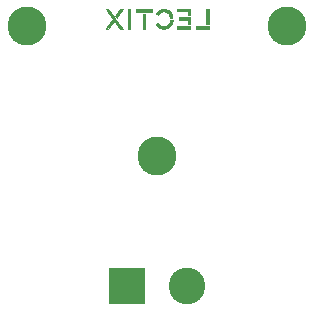
<source format=gbs>
G04 #@! TF.GenerationSoftware,KiCad,Pcbnew,6.0.9-8da3e8f707~116~ubuntu20.04.1*
G04 #@! TF.CreationDate,2023-03-26T13:58:36+00:00*
G04 #@! TF.ProjectId,LEC001021,4c454330-3031-4303-9231-2e6b69636164,rev?*
G04 #@! TF.SameCoordinates,Original*
G04 #@! TF.FileFunction,Soldermask,Bot*
G04 #@! TF.FilePolarity,Negative*
%FSLAX46Y46*%
G04 Gerber Fmt 4.6, Leading zero omitted, Abs format (unit mm)*
G04 Created by KiCad (PCBNEW 6.0.9-8da3e8f707~116~ubuntu20.04.1) date 2023-03-26 13:58:36*
%MOMM*%
%LPD*%
G01*
G04 APERTURE LIST*
G04 Aperture macros list*
%AMRoundRect*
0 Rectangle with rounded corners*
0 $1 Rounding radius*
0 $2 $3 $4 $5 $6 $7 $8 $9 X,Y pos of 4 corners*
0 Add a 4 corners polygon primitive as box body*
4,1,4,$2,$3,$4,$5,$6,$7,$8,$9,$2,$3,0*
0 Add four circle primitives for the rounded corners*
1,1,$1+$1,$2,$3*
1,1,$1+$1,$4,$5*
1,1,$1+$1,$6,$7*
1,1,$1+$1,$8,$9*
0 Add four rect primitives between the rounded corners*
20,1,$1+$1,$2,$3,$4,$5,0*
20,1,$1+$1,$4,$5,$6,$7,0*
20,1,$1+$1,$6,$7,$8,$9,0*
20,1,$1+$1,$8,$9,$2,$3,0*%
G04 Aperture macros list end*
%ADD10C,0.010000*%
%ADD11C,3.302000*%
%ADD12RoundRect,0.051000X-1.500000X-1.500000X1.500000X-1.500000X1.500000X1.500000X-1.500000X1.500000X0*%
%ADD13C,3.102000*%
G04 APERTURE END LIST*
G04 #@! TO.C,LOGO1*
G36*
X14009380Y-4195820D02*
G01*
X13788400Y-4195820D01*
X13788400Y-2913120D01*
X14009380Y-2913120D01*
X14009380Y-4195820D01*
G37*
D10*
X14009380Y-4195820D02*
X13788400Y-4195820D01*
X13788400Y-2913120D01*
X14009380Y-2913120D01*
X14009380Y-4195820D01*
G36*
X19419580Y-4203440D02*
G01*
X18271500Y-4203440D01*
X18271500Y-3979920D01*
X19419580Y-3979920D01*
X19419580Y-4203440D01*
G37*
X19419580Y-4203440D02*
X18271500Y-4203440D01*
X18271500Y-3979920D01*
X19419580Y-3979920D01*
X19419580Y-4203440D01*
G36*
X12030475Y-2524500D02*
G01*
X12054651Y-2524514D01*
X12074427Y-2524559D01*
X12090228Y-2524655D01*
X12102478Y-2524823D01*
X12111601Y-2525081D01*
X12118019Y-2525449D01*
X12122156Y-2525947D01*
X12124437Y-2526595D01*
X12125285Y-2527412D01*
X12125123Y-2528417D01*
X12124375Y-2529630D01*
X12124149Y-2529952D01*
X12121486Y-2533654D01*
X12116036Y-2541192D01*
X12107953Y-2552354D01*
X12097392Y-2566927D01*
X12084507Y-2584699D01*
X12069452Y-2605456D01*
X12052382Y-2628985D01*
X12033451Y-2655075D01*
X12012814Y-2683511D01*
X11990626Y-2714081D01*
X11967040Y-2746572D01*
X11942211Y-2780772D01*
X11916293Y-2816468D01*
X11889442Y-2853445D01*
X11861810Y-2891493D01*
X11853404Y-2903067D01*
X11826032Y-2940724D01*
X11799494Y-2977196D01*
X11773944Y-3012272D01*
X11749535Y-3045743D01*
X11726421Y-3077402D01*
X11704753Y-3107037D01*
X11684687Y-3134442D01*
X11666375Y-3159405D01*
X11649971Y-3181719D01*
X11635627Y-3201174D01*
X11623498Y-3217561D01*
X11613736Y-3230671D01*
X11606496Y-3240295D01*
X11601929Y-3246223D01*
X11600190Y-3248247D01*
X11599073Y-3247375D01*
X11595221Y-3242955D01*
X11589128Y-3235298D01*
X11581199Y-3224962D01*
X11571838Y-3212504D01*
X11561449Y-3198483D01*
X11550438Y-3183457D01*
X11539207Y-3167984D01*
X11528162Y-3152622D01*
X11517707Y-3137928D01*
X11508245Y-3124461D01*
X11500183Y-3112779D01*
X11493923Y-3103439D01*
X11489871Y-3097001D01*
X11488430Y-3094021D01*
X11488979Y-3092942D01*
X11492186Y-3088009D01*
X11498111Y-3079356D01*
X11506582Y-3067223D01*
X11517429Y-3051848D01*
X11530480Y-3033470D01*
X11545565Y-3012329D01*
X11562513Y-2988663D01*
X11581152Y-2962711D01*
X11601311Y-2934714D01*
X11622820Y-2904909D01*
X11645507Y-2873537D01*
X11669201Y-2840835D01*
X11693731Y-2807044D01*
X11899032Y-2524500D01*
X12013446Y-2524499D01*
X12030475Y-2524500D01*
G37*
X12030475Y-2524500D02*
X12054651Y-2524514D01*
X12074427Y-2524559D01*
X12090228Y-2524655D01*
X12102478Y-2524823D01*
X12111601Y-2525081D01*
X12118019Y-2525449D01*
X12122156Y-2525947D01*
X12124437Y-2526595D01*
X12125285Y-2527412D01*
X12125123Y-2528417D01*
X12124375Y-2529630D01*
X12124149Y-2529952D01*
X12121486Y-2533654D01*
X12116036Y-2541192D01*
X12107953Y-2552354D01*
X12097392Y-2566927D01*
X12084507Y-2584699D01*
X12069452Y-2605456D01*
X12052382Y-2628985D01*
X12033451Y-2655075D01*
X12012814Y-2683511D01*
X11990626Y-2714081D01*
X11967040Y-2746572D01*
X11942211Y-2780772D01*
X11916293Y-2816468D01*
X11889442Y-2853445D01*
X11861810Y-2891493D01*
X11853404Y-2903067D01*
X11826032Y-2940724D01*
X11799494Y-2977196D01*
X11773944Y-3012272D01*
X11749535Y-3045743D01*
X11726421Y-3077402D01*
X11704753Y-3107037D01*
X11684687Y-3134442D01*
X11666375Y-3159405D01*
X11649971Y-3181719D01*
X11635627Y-3201174D01*
X11623498Y-3217561D01*
X11613736Y-3230671D01*
X11606496Y-3240295D01*
X11601929Y-3246223D01*
X11600190Y-3248247D01*
X11599073Y-3247375D01*
X11595221Y-3242955D01*
X11589128Y-3235298D01*
X11581199Y-3224962D01*
X11571838Y-3212504D01*
X11561449Y-3198483D01*
X11550438Y-3183457D01*
X11539207Y-3167984D01*
X11528162Y-3152622D01*
X11517707Y-3137928D01*
X11508245Y-3124461D01*
X11500183Y-3112779D01*
X11493923Y-3103439D01*
X11489871Y-3097001D01*
X11488430Y-3094021D01*
X11488979Y-3092942D01*
X11492186Y-3088009D01*
X11498111Y-3079356D01*
X11506582Y-3067223D01*
X11517429Y-3051848D01*
X11530480Y-3033470D01*
X11545565Y-3012329D01*
X11562513Y-2988663D01*
X11581152Y-2962711D01*
X11601311Y-2934714D01*
X11622820Y-2904909D01*
X11645507Y-2873537D01*
X11669201Y-2840835D01*
X11693731Y-2807044D01*
X11899032Y-2524500D01*
X12013446Y-2524499D01*
X12030475Y-2524500D01*
G36*
X10829788Y-2530039D02*
G01*
X10846503Y-2530171D01*
X10859496Y-2530418D01*
X10869140Y-2530789D01*
X10875807Y-2531292D01*
X10879871Y-2531936D01*
X10881706Y-2532728D01*
X10881955Y-2533044D01*
X10884660Y-2536667D01*
X10890229Y-2544205D01*
X10898563Y-2555522D01*
X10909559Y-2570481D01*
X10923118Y-2588943D01*
X10939140Y-2610772D01*
X10957523Y-2635831D01*
X10978168Y-2663981D01*
X11000973Y-2695087D01*
X11025838Y-2729011D01*
X11052662Y-2765614D01*
X11081345Y-2804761D01*
X11111786Y-2846314D01*
X11143885Y-2890136D01*
X11177541Y-2936089D01*
X11212653Y-2984036D01*
X11249122Y-3033839D01*
X11286846Y-3085363D01*
X11325724Y-3138469D01*
X11365657Y-3193019D01*
X11406543Y-3248878D01*
X11448283Y-3305907D01*
X11490775Y-3363970D01*
X12096733Y-4192010D01*
X11984352Y-4192672D01*
X11967581Y-4192759D01*
X11945167Y-4192839D01*
X11924673Y-4192870D01*
X11906625Y-4192853D01*
X11891550Y-4192789D01*
X11879975Y-4192680D01*
X11872426Y-4192529D01*
X11869430Y-4192335D01*
X11868338Y-4191051D01*
X11864387Y-4185916D01*
X11857724Y-4177061D01*
X11848507Y-4164704D01*
X11836898Y-4149061D01*
X11823054Y-4130350D01*
X11807137Y-4108787D01*
X11789307Y-4084589D01*
X11769721Y-4057973D01*
X11748542Y-4029156D01*
X11725928Y-3998355D01*
X11702039Y-3965786D01*
X11677035Y-3931667D01*
X11651075Y-3896214D01*
X11624320Y-3859644D01*
X11603523Y-3831211D01*
X11577400Y-3795518D01*
X11552211Y-3761119D01*
X11528113Y-3728231D01*
X11505266Y-3697070D01*
X11483827Y-3667851D01*
X11463956Y-3640791D01*
X11445812Y-3616106D01*
X11429553Y-3594010D01*
X11415339Y-3574722D01*
X11403326Y-3558455D01*
X11393676Y-3545427D01*
X11386545Y-3535854D01*
X11382094Y-3529950D01*
X11380480Y-3527933D01*
X11379444Y-3529211D01*
X11375594Y-3534347D01*
X11369052Y-3543215D01*
X11359977Y-3555596D01*
X11348525Y-3571274D01*
X11334853Y-3590034D01*
X11319120Y-3611658D01*
X11301483Y-3635929D01*
X11282098Y-3662632D01*
X11261124Y-3691550D01*
X11238717Y-3722466D01*
X11215035Y-3755163D01*
X11190235Y-3789426D01*
X11164474Y-3825037D01*
X11137910Y-3861780D01*
X10896610Y-4195649D01*
X10782734Y-4195734D01*
X10753804Y-4195703D01*
X10728600Y-4195563D01*
X10707651Y-4195317D01*
X10691122Y-4194969D01*
X10679178Y-4194522D01*
X10671984Y-4193981D01*
X10669704Y-4193347D01*
X10669967Y-4192932D01*
X10672654Y-4189091D01*
X10678122Y-4181411D01*
X10686230Y-4170086D01*
X10696836Y-4155315D01*
X10709798Y-4137293D01*
X10724975Y-4116218D01*
X10742225Y-4092285D01*
X10761405Y-4065692D01*
X10782374Y-4036635D01*
X10804990Y-4005310D01*
X10829111Y-3971916D01*
X10854595Y-3936647D01*
X10881301Y-3899701D01*
X10909087Y-3861274D01*
X10937810Y-3821564D01*
X10967329Y-3780766D01*
X10979175Y-3764395D01*
X11008378Y-3724025D01*
X11036721Y-3684829D01*
X11064062Y-3647003D01*
X11090261Y-3610742D01*
X11115175Y-3576243D01*
X11138663Y-3543701D01*
X11160584Y-3513314D01*
X11180798Y-3485275D01*
X11199162Y-3459783D01*
X11215535Y-3437032D01*
X11229776Y-3417220D01*
X11241744Y-3400541D01*
X11251297Y-3387192D01*
X11258293Y-3377370D01*
X11262593Y-3371269D01*
X11264054Y-3369087D01*
X11263526Y-3368277D01*
X11260326Y-3363760D01*
X11254349Y-3355452D01*
X11245735Y-3343546D01*
X11234626Y-3328236D01*
X11221161Y-3309713D01*
X11205482Y-3288172D01*
X11187729Y-3263806D01*
X11168043Y-3236806D01*
X11146564Y-3207366D01*
X11123434Y-3175680D01*
X11098794Y-3141940D01*
X11072783Y-3106338D01*
X11045542Y-3069069D01*
X11017213Y-3030325D01*
X10987936Y-2990298D01*
X10957852Y-2949183D01*
X10651704Y-2530850D01*
X10765150Y-2530188D01*
X10783696Y-2530092D01*
X10808976Y-2530016D01*
X10829788Y-2530039D01*
G37*
X10829788Y-2530039D02*
X10846503Y-2530171D01*
X10859496Y-2530418D01*
X10869140Y-2530789D01*
X10875807Y-2531292D01*
X10879871Y-2531936D01*
X10881706Y-2532728D01*
X10881955Y-2533044D01*
X10884660Y-2536667D01*
X10890229Y-2544205D01*
X10898563Y-2555522D01*
X10909559Y-2570481D01*
X10923118Y-2588943D01*
X10939140Y-2610772D01*
X10957523Y-2635831D01*
X10978168Y-2663981D01*
X11000973Y-2695087D01*
X11025838Y-2729011D01*
X11052662Y-2765614D01*
X11081345Y-2804761D01*
X11111786Y-2846314D01*
X11143885Y-2890136D01*
X11177541Y-2936089D01*
X11212653Y-2984036D01*
X11249122Y-3033839D01*
X11286846Y-3085363D01*
X11325724Y-3138469D01*
X11365657Y-3193019D01*
X11406543Y-3248878D01*
X11448283Y-3305907D01*
X11490775Y-3363970D01*
X12096733Y-4192010D01*
X11984352Y-4192672D01*
X11967581Y-4192759D01*
X11945167Y-4192839D01*
X11924673Y-4192870D01*
X11906625Y-4192853D01*
X11891550Y-4192789D01*
X11879975Y-4192680D01*
X11872426Y-4192529D01*
X11869430Y-4192335D01*
X11868338Y-4191051D01*
X11864387Y-4185916D01*
X11857724Y-4177061D01*
X11848507Y-4164704D01*
X11836898Y-4149061D01*
X11823054Y-4130350D01*
X11807137Y-4108787D01*
X11789307Y-4084589D01*
X11769721Y-4057973D01*
X11748542Y-4029156D01*
X11725928Y-3998355D01*
X11702039Y-3965786D01*
X11677035Y-3931667D01*
X11651075Y-3896214D01*
X11624320Y-3859644D01*
X11603523Y-3831211D01*
X11577400Y-3795518D01*
X11552211Y-3761119D01*
X11528113Y-3728231D01*
X11505266Y-3697070D01*
X11483827Y-3667851D01*
X11463956Y-3640791D01*
X11445812Y-3616106D01*
X11429553Y-3594010D01*
X11415339Y-3574722D01*
X11403326Y-3558455D01*
X11393676Y-3545427D01*
X11386545Y-3535854D01*
X11382094Y-3529950D01*
X11380480Y-3527933D01*
X11379444Y-3529211D01*
X11375594Y-3534347D01*
X11369052Y-3543215D01*
X11359977Y-3555596D01*
X11348525Y-3571274D01*
X11334853Y-3590034D01*
X11319120Y-3611658D01*
X11301483Y-3635929D01*
X11282098Y-3662632D01*
X11261124Y-3691550D01*
X11238717Y-3722466D01*
X11215035Y-3755163D01*
X11190235Y-3789426D01*
X11164474Y-3825037D01*
X11137910Y-3861780D01*
X10896610Y-4195649D01*
X10782734Y-4195734D01*
X10753804Y-4195703D01*
X10728600Y-4195563D01*
X10707651Y-4195317D01*
X10691122Y-4194969D01*
X10679178Y-4194522D01*
X10671984Y-4193981D01*
X10669704Y-4193347D01*
X10669967Y-4192932D01*
X10672654Y-4189091D01*
X10678122Y-4181411D01*
X10686230Y-4170086D01*
X10696836Y-4155315D01*
X10709798Y-4137293D01*
X10724975Y-4116218D01*
X10742225Y-4092285D01*
X10761405Y-4065692D01*
X10782374Y-4036635D01*
X10804990Y-4005310D01*
X10829111Y-3971916D01*
X10854595Y-3936647D01*
X10881301Y-3899701D01*
X10909087Y-3861274D01*
X10937810Y-3821564D01*
X10967329Y-3780766D01*
X10979175Y-3764395D01*
X11008378Y-3724025D01*
X11036721Y-3684829D01*
X11064062Y-3647003D01*
X11090261Y-3610742D01*
X11115175Y-3576243D01*
X11138663Y-3543701D01*
X11160584Y-3513314D01*
X11180798Y-3485275D01*
X11199162Y-3459783D01*
X11215535Y-3437032D01*
X11229776Y-3417220D01*
X11241744Y-3400541D01*
X11251297Y-3387192D01*
X11258293Y-3377370D01*
X11262593Y-3371269D01*
X11264054Y-3369087D01*
X11263526Y-3368277D01*
X11260326Y-3363760D01*
X11254349Y-3355452D01*
X11245735Y-3343546D01*
X11234626Y-3328236D01*
X11221161Y-3309713D01*
X11205482Y-3288172D01*
X11187729Y-3263806D01*
X11168043Y-3236806D01*
X11146564Y-3207366D01*
X11123434Y-3175680D01*
X11098794Y-3141940D01*
X11072783Y-3106338D01*
X11045542Y-3069069D01*
X11017213Y-3030325D01*
X10987936Y-2990298D01*
X10957852Y-2949183D01*
X10651704Y-2530850D01*
X10765150Y-2530188D01*
X10783696Y-2530092D01*
X10808976Y-2530016D01*
X10829788Y-2530039D01*
G36*
X16230759Y-3451620D02*
G01*
X16252909Y-3451717D01*
X16273059Y-3451886D01*
X16290696Y-3452119D01*
X16305308Y-3452405D01*
X16316379Y-3452738D01*
X16323398Y-3453107D01*
X16325850Y-3453505D01*
X16325562Y-3460470D01*
X16324815Y-3471334D01*
X16323719Y-3484885D01*
X16322382Y-3499937D01*
X16320913Y-3515307D01*
X16319423Y-3529810D01*
X16318020Y-3542261D01*
X16316813Y-3551477D01*
X16308629Y-3597129D01*
X16293426Y-3657274D01*
X16273518Y-3715618D01*
X16248986Y-3771994D01*
X16219914Y-3826236D01*
X16186384Y-3878179D01*
X16148480Y-3927656D01*
X16106282Y-3974501D01*
X16091073Y-3989790D01*
X16066058Y-4013317D01*
X16040956Y-4034653D01*
X16014202Y-4055098D01*
X15984230Y-4075955D01*
X15975981Y-4081401D01*
X15925203Y-4111731D01*
X15872206Y-4138188D01*
X15817599Y-4160545D01*
X15761993Y-4178574D01*
X15705997Y-4192047D01*
X15650220Y-4200735D01*
X15644862Y-4201341D01*
X15633690Y-4202630D01*
X15624358Y-4203741D01*
X15618470Y-4204485D01*
X15614897Y-4204704D01*
X15606633Y-4204880D01*
X15594719Y-4204966D01*
X15579929Y-4204960D01*
X15563035Y-4204860D01*
X15544810Y-4204665D01*
X15520714Y-4204226D01*
X15497056Y-4203419D01*
X15476279Y-4202177D01*
X15457214Y-4200387D01*
X15438693Y-4197937D01*
X15419549Y-4194715D01*
X15398614Y-4190608D01*
X15345078Y-4177513D01*
X15286683Y-4158386D01*
X15230214Y-4134719D01*
X15175929Y-4106690D01*
X15124085Y-4074473D01*
X15074939Y-4038245D01*
X15028747Y-3998181D01*
X14985767Y-3954456D01*
X14946255Y-3907247D01*
X14910468Y-3856730D01*
X14907037Y-3851432D01*
X14897839Y-3837022D01*
X14891171Y-3826130D01*
X14886764Y-3818246D01*
X14884350Y-3812864D01*
X14883658Y-3809476D01*
X14884421Y-3807574D01*
X14884716Y-3807360D01*
X14888481Y-3805212D01*
X14896008Y-3801170D01*
X14906746Y-3795515D01*
X14920143Y-3788530D01*
X14935647Y-3780496D01*
X14952708Y-3771697D01*
X14970773Y-3762414D01*
X14989291Y-3752930D01*
X15007712Y-3743526D01*
X15025482Y-3734484D01*
X15042050Y-3726087D01*
X15056866Y-3718617D01*
X15069378Y-3712356D01*
X15079034Y-3707586D01*
X15085282Y-3704589D01*
X15087572Y-3703648D01*
X15087581Y-3703660D01*
X15089023Y-3706162D01*
X15092236Y-3711866D01*
X15096541Y-3719570D01*
X15107107Y-3737642D01*
X15135479Y-3779189D01*
X15167725Y-3817757D01*
X15203523Y-3853119D01*
X15242553Y-3885050D01*
X15284494Y-3913326D01*
X15329027Y-3937722D01*
X15375829Y-3958011D01*
X15424580Y-3973968D01*
X15474960Y-3985369D01*
X15494525Y-3988161D01*
X15518784Y-3990393D01*
X15544830Y-3991784D01*
X15570988Y-3992277D01*
X15595583Y-3991812D01*
X15616939Y-3990331D01*
X15618267Y-3990191D01*
X15667946Y-3982466D01*
X15717001Y-3970147D01*
X15764786Y-3953491D01*
X15810655Y-3932754D01*
X15853962Y-3908193D01*
X15894060Y-3880066D01*
X15900140Y-3875258D01*
X15938352Y-3841476D01*
X15973067Y-3804432D01*
X16004087Y-3764500D01*
X16031216Y-3722055D01*
X16054257Y-3677472D01*
X16073012Y-3631126D01*
X16087286Y-3583391D01*
X16096880Y-3534642D01*
X16101598Y-3485255D01*
X16103101Y-3451600D01*
X16214481Y-3451600D01*
X16230759Y-3451620D01*
G37*
X16230759Y-3451620D02*
X16252909Y-3451717D01*
X16273059Y-3451886D01*
X16290696Y-3452119D01*
X16305308Y-3452405D01*
X16316379Y-3452738D01*
X16323398Y-3453107D01*
X16325850Y-3453505D01*
X16325562Y-3460470D01*
X16324815Y-3471334D01*
X16323719Y-3484885D01*
X16322382Y-3499937D01*
X16320913Y-3515307D01*
X16319423Y-3529810D01*
X16318020Y-3542261D01*
X16316813Y-3551477D01*
X16308629Y-3597129D01*
X16293426Y-3657274D01*
X16273518Y-3715618D01*
X16248986Y-3771994D01*
X16219914Y-3826236D01*
X16186384Y-3878179D01*
X16148480Y-3927656D01*
X16106282Y-3974501D01*
X16091073Y-3989790D01*
X16066058Y-4013317D01*
X16040956Y-4034653D01*
X16014202Y-4055098D01*
X15984230Y-4075955D01*
X15975981Y-4081401D01*
X15925203Y-4111731D01*
X15872206Y-4138188D01*
X15817599Y-4160545D01*
X15761993Y-4178574D01*
X15705997Y-4192047D01*
X15650220Y-4200735D01*
X15644862Y-4201341D01*
X15633690Y-4202630D01*
X15624358Y-4203741D01*
X15618470Y-4204485D01*
X15614897Y-4204704D01*
X15606633Y-4204880D01*
X15594719Y-4204966D01*
X15579929Y-4204960D01*
X15563035Y-4204860D01*
X15544810Y-4204665D01*
X15520714Y-4204226D01*
X15497056Y-4203419D01*
X15476279Y-4202177D01*
X15457214Y-4200387D01*
X15438693Y-4197937D01*
X15419549Y-4194715D01*
X15398614Y-4190608D01*
X15345078Y-4177513D01*
X15286683Y-4158386D01*
X15230214Y-4134719D01*
X15175929Y-4106690D01*
X15124085Y-4074473D01*
X15074939Y-4038245D01*
X15028747Y-3998181D01*
X14985767Y-3954456D01*
X14946255Y-3907247D01*
X14910468Y-3856730D01*
X14907037Y-3851432D01*
X14897839Y-3837022D01*
X14891171Y-3826130D01*
X14886764Y-3818246D01*
X14884350Y-3812864D01*
X14883658Y-3809476D01*
X14884421Y-3807574D01*
X14884716Y-3807360D01*
X14888481Y-3805212D01*
X14896008Y-3801170D01*
X14906746Y-3795515D01*
X14920143Y-3788530D01*
X14935647Y-3780496D01*
X14952708Y-3771697D01*
X14970773Y-3762414D01*
X14989291Y-3752930D01*
X15007712Y-3743526D01*
X15025482Y-3734484D01*
X15042050Y-3726087D01*
X15056866Y-3718617D01*
X15069378Y-3712356D01*
X15079034Y-3707586D01*
X15085282Y-3704589D01*
X15087572Y-3703648D01*
X15087581Y-3703660D01*
X15089023Y-3706162D01*
X15092236Y-3711866D01*
X15096541Y-3719570D01*
X15107107Y-3737642D01*
X15135479Y-3779189D01*
X15167725Y-3817757D01*
X15203523Y-3853119D01*
X15242553Y-3885050D01*
X15284494Y-3913326D01*
X15329027Y-3937722D01*
X15375829Y-3958011D01*
X15424580Y-3973968D01*
X15474960Y-3985369D01*
X15494525Y-3988161D01*
X15518784Y-3990393D01*
X15544830Y-3991784D01*
X15570988Y-3992277D01*
X15595583Y-3991812D01*
X15616939Y-3990331D01*
X15618267Y-3990191D01*
X15667946Y-3982466D01*
X15717001Y-3970147D01*
X15764786Y-3953491D01*
X15810655Y-3932754D01*
X15853962Y-3908193D01*
X15894060Y-3880066D01*
X15900140Y-3875258D01*
X15938352Y-3841476D01*
X15973067Y-3804432D01*
X16004087Y-3764500D01*
X16031216Y-3722055D01*
X16054257Y-3677472D01*
X16073012Y-3631126D01*
X16087286Y-3583391D01*
X16096880Y-3534642D01*
X16101598Y-3485255D01*
X16103101Y-3451600D01*
X16214481Y-3451600D01*
X16230759Y-3451620D01*
G36*
X17824460Y-3050280D02*
G01*
X17600940Y-3050280D01*
X17600940Y-2737860D01*
X16727180Y-2737860D01*
X16727180Y-2516880D01*
X17824460Y-2516880D01*
X17824460Y-3050280D01*
G37*
X17824460Y-3050280D02*
X17600940Y-3050280D01*
X17600940Y-2737860D01*
X16727180Y-2737860D01*
X16727180Y-2516880D01*
X17824460Y-2516880D01*
X17824460Y-3050280D01*
G36*
X14578340Y-2745480D02*
G01*
X13209280Y-2745480D01*
X13209280Y-2524500D01*
X14578340Y-2524500D01*
X14578340Y-2745480D01*
G37*
X14578340Y-2745480D02*
X13209280Y-2745480D01*
X13209280Y-2524500D01*
X14578340Y-2524500D01*
X14578340Y-2745480D01*
G36*
X12762240Y-4195820D02*
G01*
X12541260Y-4195820D01*
X12541260Y-2524500D01*
X12762240Y-2524500D01*
X12762240Y-4195820D01*
G37*
X12762240Y-4195820D02*
X12541260Y-4195820D01*
X12541260Y-2524500D01*
X12762240Y-2524500D01*
X12762240Y-4195820D01*
G36*
X19419580Y-3802120D02*
G01*
X19198600Y-3802120D01*
X19198600Y-2527040D01*
X19419580Y-2527040D01*
X19419580Y-3802120D01*
G37*
X19419580Y-3802120D02*
X19198600Y-3802120D01*
X19198600Y-2527040D01*
X19419580Y-2527040D01*
X19419580Y-3802120D01*
G36*
X17821920Y-3802120D02*
G01*
X17600940Y-3802120D01*
X17600940Y-3459220D01*
X16841480Y-3459220D01*
X16841480Y-3235700D01*
X17821920Y-3235700D01*
X17821920Y-3802120D01*
G37*
X17821920Y-3802120D02*
X17600940Y-3802120D01*
X17600940Y-3459220D01*
X16841480Y-3459220D01*
X16841480Y-3235700D01*
X17821920Y-3235700D01*
X17821920Y-3802120D01*
G36*
X15582175Y-2520875D02*
G01*
X15606456Y-2521399D01*
X15629218Y-2522339D01*
X15649281Y-2523688D01*
X15665460Y-2525434D01*
X15680795Y-2527716D01*
X15738211Y-2538763D01*
X15792923Y-2553465D01*
X15845800Y-2572046D01*
X15878684Y-2585936D01*
X15932339Y-2612820D01*
X15983267Y-2643709D01*
X16031292Y-2678355D01*
X16076238Y-2716510D01*
X16117927Y-2757923D01*
X16156184Y-2802349D01*
X16190832Y-2849537D01*
X16221694Y-2899239D01*
X16248595Y-2951206D01*
X16271357Y-3005192D01*
X16289804Y-3060945D01*
X16303761Y-3118219D01*
X16313049Y-3176765D01*
X16317493Y-3236335D01*
X16318969Y-3281420D01*
X16097972Y-3281420D01*
X16096568Y-3240145D01*
X16094072Y-3202105D01*
X16087444Y-3156052D01*
X16076801Y-3111621D01*
X16066760Y-3080492D01*
X16047352Y-3033413D01*
X16023748Y-2988864D01*
X15996186Y-2947062D01*
X15964910Y-2908223D01*
X15930159Y-2872566D01*
X15892174Y-2840308D01*
X15851196Y-2811666D01*
X15807466Y-2786857D01*
X15761225Y-2766099D01*
X15712714Y-2749608D01*
X15662174Y-2737603D01*
X15651221Y-2735804D01*
X15628443Y-2733214D01*
X15602955Y-2731480D01*
X15576240Y-2730637D01*
X15549779Y-2730722D01*
X15525054Y-2731768D01*
X15503548Y-2733813D01*
X15463203Y-2740740D01*
X15413792Y-2753690D01*
X15365804Y-2771226D01*
X15319753Y-2793127D01*
X15276154Y-2819172D01*
X15235520Y-2849140D01*
X15223644Y-2859254D01*
X15198472Y-2883197D01*
X15173771Y-2909852D01*
X15150573Y-2938002D01*
X15129911Y-2966428D01*
X15112816Y-2993914D01*
X15109695Y-2999339D01*
X15104095Y-3008095D01*
X15100032Y-3012718D01*
X15097206Y-3013584D01*
X15096412Y-3013174D01*
X15091822Y-3010407D01*
X15083835Y-3005390D01*
X15073000Y-2998482D01*
X15059862Y-2990039D01*
X15044971Y-2980419D01*
X15028873Y-2969979D01*
X15012117Y-2959075D01*
X14995250Y-2948066D01*
X14978819Y-2937308D01*
X14963373Y-2927159D01*
X14949459Y-2917976D01*
X14937624Y-2910116D01*
X14928416Y-2903936D01*
X14922384Y-2899794D01*
X14920073Y-2898046D01*
X14920067Y-2898034D01*
X14920968Y-2895284D01*
X14924127Y-2889176D01*
X14929050Y-2880604D01*
X14935247Y-2870462D01*
X14936525Y-2868433D01*
X14971383Y-2817944D01*
X15009889Y-2770884D01*
X15051829Y-2727388D01*
X15096988Y-2687592D01*
X15145150Y-2651632D01*
X15196099Y-2619642D01*
X15249620Y-2591760D01*
X15305498Y-2568120D01*
X15363518Y-2548858D01*
X15423464Y-2534111D01*
X15485120Y-2524013D01*
X15493524Y-2523135D01*
X15512051Y-2521898D01*
X15533791Y-2521115D01*
X15557559Y-2520777D01*
X15582175Y-2520875D01*
G37*
X15582175Y-2520875D02*
X15606456Y-2521399D01*
X15629218Y-2522339D01*
X15649281Y-2523688D01*
X15665460Y-2525434D01*
X15680795Y-2527716D01*
X15738211Y-2538763D01*
X15792923Y-2553465D01*
X15845800Y-2572046D01*
X15878684Y-2585936D01*
X15932339Y-2612820D01*
X15983267Y-2643709D01*
X16031292Y-2678355D01*
X16076238Y-2716510D01*
X16117927Y-2757923D01*
X16156184Y-2802349D01*
X16190832Y-2849537D01*
X16221694Y-2899239D01*
X16248595Y-2951206D01*
X16271357Y-3005192D01*
X16289804Y-3060945D01*
X16303761Y-3118219D01*
X16313049Y-3176765D01*
X16317493Y-3236335D01*
X16318969Y-3281420D01*
X16097972Y-3281420D01*
X16096568Y-3240145D01*
X16094072Y-3202105D01*
X16087444Y-3156052D01*
X16076801Y-3111621D01*
X16066760Y-3080492D01*
X16047352Y-3033413D01*
X16023748Y-2988864D01*
X15996186Y-2947062D01*
X15964910Y-2908223D01*
X15930159Y-2872566D01*
X15892174Y-2840308D01*
X15851196Y-2811666D01*
X15807466Y-2786857D01*
X15761225Y-2766099D01*
X15712714Y-2749608D01*
X15662174Y-2737603D01*
X15651221Y-2735804D01*
X15628443Y-2733214D01*
X15602955Y-2731480D01*
X15576240Y-2730637D01*
X15549779Y-2730722D01*
X15525054Y-2731768D01*
X15503548Y-2733813D01*
X15463203Y-2740740D01*
X15413792Y-2753690D01*
X15365804Y-2771226D01*
X15319753Y-2793127D01*
X15276154Y-2819172D01*
X15235520Y-2849140D01*
X15223644Y-2859254D01*
X15198472Y-2883197D01*
X15173771Y-2909852D01*
X15150573Y-2938002D01*
X15129911Y-2966428D01*
X15112816Y-2993914D01*
X15109695Y-2999339D01*
X15104095Y-3008095D01*
X15100032Y-3012718D01*
X15097206Y-3013584D01*
X15096412Y-3013174D01*
X15091822Y-3010407D01*
X15083835Y-3005390D01*
X15073000Y-2998482D01*
X15059862Y-2990039D01*
X15044971Y-2980419D01*
X15028873Y-2969979D01*
X15012117Y-2959075D01*
X14995250Y-2948066D01*
X14978819Y-2937308D01*
X14963373Y-2927159D01*
X14949459Y-2917976D01*
X14937624Y-2910116D01*
X14928416Y-2903936D01*
X14922384Y-2899794D01*
X14920073Y-2898046D01*
X14920067Y-2898034D01*
X14920968Y-2895284D01*
X14924127Y-2889176D01*
X14929050Y-2880604D01*
X14935247Y-2870462D01*
X14936525Y-2868433D01*
X14971383Y-2817944D01*
X15009889Y-2770884D01*
X15051829Y-2727388D01*
X15096988Y-2687592D01*
X15145150Y-2651632D01*
X15196099Y-2619642D01*
X15249620Y-2591760D01*
X15305498Y-2568120D01*
X15363518Y-2548858D01*
X15423464Y-2534111D01*
X15485120Y-2524013D01*
X15493524Y-2523135D01*
X15512051Y-2521898D01*
X15533791Y-2521115D01*
X15557559Y-2520777D01*
X15582175Y-2520875D01*
G36*
X17819380Y-4203440D02*
G01*
X16727180Y-4203440D01*
X16727180Y-3979920D01*
X17819380Y-3979920D01*
X17819380Y-4203440D01*
G37*
X17819380Y-4203440D02*
X16727180Y-4203440D01*
X16727180Y-3979920D01*
X17819380Y-3979920D01*
X17819380Y-4203440D01*
G36*
X14009380Y-4195820D02*
G01*
X13788400Y-4195820D01*
X13788400Y-2913120D01*
X14009380Y-2913120D01*
X14009380Y-4195820D01*
G37*
X14009380Y-4195820D02*
X13788400Y-4195820D01*
X13788400Y-2913120D01*
X14009380Y-2913120D01*
X14009380Y-4195820D01*
G36*
X19419580Y-4203440D02*
G01*
X18271500Y-4203440D01*
X18271500Y-3979920D01*
X19419580Y-3979920D01*
X19419580Y-4203440D01*
G37*
X19419580Y-4203440D02*
X18271500Y-4203440D01*
X18271500Y-3979920D01*
X19419580Y-3979920D01*
X19419580Y-4203440D01*
G36*
X12030475Y-2524500D02*
G01*
X12054651Y-2524514D01*
X12074427Y-2524559D01*
X12090228Y-2524655D01*
X12102478Y-2524823D01*
X12111601Y-2525081D01*
X12118019Y-2525449D01*
X12122156Y-2525947D01*
X12124437Y-2526595D01*
X12125285Y-2527412D01*
X12125123Y-2528417D01*
X12124375Y-2529630D01*
X12124149Y-2529952D01*
X12121486Y-2533654D01*
X12116036Y-2541192D01*
X12107953Y-2552354D01*
X12097392Y-2566927D01*
X12084507Y-2584699D01*
X12069452Y-2605456D01*
X12052382Y-2628985D01*
X12033451Y-2655075D01*
X12012814Y-2683511D01*
X11990626Y-2714081D01*
X11967040Y-2746572D01*
X11942211Y-2780772D01*
X11916293Y-2816468D01*
X11889442Y-2853445D01*
X11861810Y-2891493D01*
X11853404Y-2903067D01*
X11826032Y-2940724D01*
X11799494Y-2977196D01*
X11773944Y-3012272D01*
X11749535Y-3045743D01*
X11726421Y-3077402D01*
X11704753Y-3107037D01*
X11684687Y-3134442D01*
X11666375Y-3159405D01*
X11649971Y-3181719D01*
X11635627Y-3201174D01*
X11623498Y-3217561D01*
X11613736Y-3230671D01*
X11606496Y-3240295D01*
X11601929Y-3246223D01*
X11600190Y-3248247D01*
X11599073Y-3247375D01*
X11595221Y-3242955D01*
X11589128Y-3235298D01*
X11581199Y-3224962D01*
X11571838Y-3212504D01*
X11561449Y-3198483D01*
X11550438Y-3183457D01*
X11539207Y-3167984D01*
X11528162Y-3152622D01*
X11517707Y-3137928D01*
X11508245Y-3124461D01*
X11500183Y-3112779D01*
X11493923Y-3103439D01*
X11489871Y-3097001D01*
X11488430Y-3094021D01*
X11488979Y-3092942D01*
X11492186Y-3088009D01*
X11498111Y-3079356D01*
X11506582Y-3067223D01*
X11517429Y-3051848D01*
X11530480Y-3033470D01*
X11545565Y-3012329D01*
X11562513Y-2988663D01*
X11581152Y-2962711D01*
X11601311Y-2934714D01*
X11622820Y-2904909D01*
X11645507Y-2873537D01*
X11669201Y-2840835D01*
X11693731Y-2807044D01*
X11899032Y-2524500D01*
X12013446Y-2524499D01*
X12030475Y-2524500D01*
G37*
X12030475Y-2524500D02*
X12054651Y-2524514D01*
X12074427Y-2524559D01*
X12090228Y-2524655D01*
X12102478Y-2524823D01*
X12111601Y-2525081D01*
X12118019Y-2525449D01*
X12122156Y-2525947D01*
X12124437Y-2526595D01*
X12125285Y-2527412D01*
X12125123Y-2528417D01*
X12124375Y-2529630D01*
X12124149Y-2529952D01*
X12121486Y-2533654D01*
X12116036Y-2541192D01*
X12107953Y-2552354D01*
X12097392Y-2566927D01*
X12084507Y-2584699D01*
X12069452Y-2605456D01*
X12052382Y-2628985D01*
X12033451Y-2655075D01*
X12012814Y-2683511D01*
X11990626Y-2714081D01*
X11967040Y-2746572D01*
X11942211Y-2780772D01*
X11916293Y-2816468D01*
X11889442Y-2853445D01*
X11861810Y-2891493D01*
X11853404Y-2903067D01*
X11826032Y-2940724D01*
X11799494Y-2977196D01*
X11773944Y-3012272D01*
X11749535Y-3045743D01*
X11726421Y-3077402D01*
X11704753Y-3107037D01*
X11684687Y-3134442D01*
X11666375Y-3159405D01*
X11649971Y-3181719D01*
X11635627Y-3201174D01*
X11623498Y-3217561D01*
X11613736Y-3230671D01*
X11606496Y-3240295D01*
X11601929Y-3246223D01*
X11600190Y-3248247D01*
X11599073Y-3247375D01*
X11595221Y-3242955D01*
X11589128Y-3235298D01*
X11581199Y-3224962D01*
X11571838Y-3212504D01*
X11561449Y-3198483D01*
X11550438Y-3183457D01*
X11539207Y-3167984D01*
X11528162Y-3152622D01*
X11517707Y-3137928D01*
X11508245Y-3124461D01*
X11500183Y-3112779D01*
X11493923Y-3103439D01*
X11489871Y-3097001D01*
X11488430Y-3094021D01*
X11488979Y-3092942D01*
X11492186Y-3088009D01*
X11498111Y-3079356D01*
X11506582Y-3067223D01*
X11517429Y-3051848D01*
X11530480Y-3033470D01*
X11545565Y-3012329D01*
X11562513Y-2988663D01*
X11581152Y-2962711D01*
X11601311Y-2934714D01*
X11622820Y-2904909D01*
X11645507Y-2873537D01*
X11669201Y-2840835D01*
X11693731Y-2807044D01*
X11899032Y-2524500D01*
X12013446Y-2524499D01*
X12030475Y-2524500D01*
G36*
X10829788Y-2530039D02*
G01*
X10846503Y-2530171D01*
X10859496Y-2530418D01*
X10869140Y-2530789D01*
X10875807Y-2531292D01*
X10879871Y-2531936D01*
X10881706Y-2532728D01*
X10881955Y-2533044D01*
X10884660Y-2536667D01*
X10890229Y-2544205D01*
X10898563Y-2555522D01*
X10909559Y-2570481D01*
X10923118Y-2588943D01*
X10939140Y-2610772D01*
X10957523Y-2635831D01*
X10978168Y-2663981D01*
X11000973Y-2695087D01*
X11025838Y-2729011D01*
X11052662Y-2765614D01*
X11081345Y-2804761D01*
X11111786Y-2846314D01*
X11143885Y-2890136D01*
X11177541Y-2936089D01*
X11212653Y-2984036D01*
X11249122Y-3033839D01*
X11286846Y-3085363D01*
X11325724Y-3138469D01*
X11365657Y-3193019D01*
X11406543Y-3248878D01*
X11448283Y-3305907D01*
X11490775Y-3363970D01*
X12096733Y-4192010D01*
X11984352Y-4192672D01*
X11967581Y-4192759D01*
X11945167Y-4192839D01*
X11924673Y-4192870D01*
X11906625Y-4192853D01*
X11891550Y-4192789D01*
X11879975Y-4192680D01*
X11872426Y-4192529D01*
X11869430Y-4192335D01*
X11868338Y-4191051D01*
X11864387Y-4185916D01*
X11857724Y-4177061D01*
X11848507Y-4164704D01*
X11836898Y-4149061D01*
X11823054Y-4130350D01*
X11807137Y-4108787D01*
X11789307Y-4084589D01*
X11769721Y-4057973D01*
X11748542Y-4029156D01*
X11725928Y-3998355D01*
X11702039Y-3965786D01*
X11677035Y-3931667D01*
X11651075Y-3896214D01*
X11624320Y-3859644D01*
X11603523Y-3831211D01*
X11577400Y-3795518D01*
X11552211Y-3761119D01*
X11528113Y-3728231D01*
X11505266Y-3697070D01*
X11483827Y-3667851D01*
X11463956Y-3640791D01*
X11445812Y-3616106D01*
X11429553Y-3594010D01*
X11415339Y-3574722D01*
X11403326Y-3558455D01*
X11393676Y-3545427D01*
X11386545Y-3535854D01*
X11382094Y-3529950D01*
X11380480Y-3527933D01*
X11379444Y-3529211D01*
X11375594Y-3534347D01*
X11369052Y-3543215D01*
X11359977Y-3555596D01*
X11348525Y-3571274D01*
X11334853Y-3590034D01*
X11319120Y-3611658D01*
X11301483Y-3635929D01*
X11282098Y-3662632D01*
X11261124Y-3691550D01*
X11238717Y-3722466D01*
X11215035Y-3755163D01*
X11190235Y-3789426D01*
X11164474Y-3825037D01*
X11137910Y-3861780D01*
X10896610Y-4195649D01*
X10782734Y-4195734D01*
X10753804Y-4195703D01*
X10728600Y-4195563D01*
X10707651Y-4195317D01*
X10691122Y-4194969D01*
X10679178Y-4194522D01*
X10671984Y-4193981D01*
X10669704Y-4193347D01*
X10669967Y-4192932D01*
X10672654Y-4189091D01*
X10678122Y-4181411D01*
X10686230Y-4170086D01*
X10696836Y-4155315D01*
X10709798Y-4137293D01*
X10724975Y-4116218D01*
X10742225Y-4092285D01*
X10761405Y-4065692D01*
X10782374Y-4036635D01*
X10804990Y-4005310D01*
X10829111Y-3971916D01*
X10854595Y-3936647D01*
X10881301Y-3899701D01*
X10909087Y-3861274D01*
X10937810Y-3821564D01*
X10967329Y-3780766D01*
X10979175Y-3764395D01*
X11008378Y-3724025D01*
X11036721Y-3684829D01*
X11064062Y-3647003D01*
X11090261Y-3610742D01*
X11115175Y-3576243D01*
X11138663Y-3543701D01*
X11160584Y-3513314D01*
X11180798Y-3485275D01*
X11199162Y-3459783D01*
X11215535Y-3437032D01*
X11229776Y-3417220D01*
X11241744Y-3400541D01*
X11251297Y-3387192D01*
X11258293Y-3377370D01*
X11262593Y-3371269D01*
X11264054Y-3369087D01*
X11263526Y-3368277D01*
X11260326Y-3363760D01*
X11254349Y-3355452D01*
X11245735Y-3343546D01*
X11234626Y-3328236D01*
X11221161Y-3309713D01*
X11205482Y-3288172D01*
X11187729Y-3263806D01*
X11168043Y-3236806D01*
X11146564Y-3207366D01*
X11123434Y-3175680D01*
X11098794Y-3141940D01*
X11072783Y-3106338D01*
X11045542Y-3069069D01*
X11017213Y-3030325D01*
X10987936Y-2990298D01*
X10957852Y-2949183D01*
X10651704Y-2530850D01*
X10765150Y-2530188D01*
X10783696Y-2530092D01*
X10808976Y-2530016D01*
X10829788Y-2530039D01*
G37*
X10829788Y-2530039D02*
X10846503Y-2530171D01*
X10859496Y-2530418D01*
X10869140Y-2530789D01*
X10875807Y-2531292D01*
X10879871Y-2531936D01*
X10881706Y-2532728D01*
X10881955Y-2533044D01*
X10884660Y-2536667D01*
X10890229Y-2544205D01*
X10898563Y-2555522D01*
X10909559Y-2570481D01*
X10923118Y-2588943D01*
X10939140Y-2610772D01*
X10957523Y-2635831D01*
X10978168Y-2663981D01*
X11000973Y-2695087D01*
X11025838Y-2729011D01*
X11052662Y-2765614D01*
X11081345Y-2804761D01*
X11111786Y-2846314D01*
X11143885Y-2890136D01*
X11177541Y-2936089D01*
X11212653Y-2984036D01*
X11249122Y-3033839D01*
X11286846Y-3085363D01*
X11325724Y-3138469D01*
X11365657Y-3193019D01*
X11406543Y-3248878D01*
X11448283Y-3305907D01*
X11490775Y-3363970D01*
X12096733Y-4192010D01*
X11984352Y-4192672D01*
X11967581Y-4192759D01*
X11945167Y-4192839D01*
X11924673Y-4192870D01*
X11906625Y-4192853D01*
X11891550Y-4192789D01*
X11879975Y-4192680D01*
X11872426Y-4192529D01*
X11869430Y-4192335D01*
X11868338Y-4191051D01*
X11864387Y-4185916D01*
X11857724Y-4177061D01*
X11848507Y-4164704D01*
X11836898Y-4149061D01*
X11823054Y-4130350D01*
X11807137Y-4108787D01*
X11789307Y-4084589D01*
X11769721Y-4057973D01*
X11748542Y-4029156D01*
X11725928Y-3998355D01*
X11702039Y-3965786D01*
X11677035Y-3931667D01*
X11651075Y-3896214D01*
X11624320Y-3859644D01*
X11603523Y-3831211D01*
X11577400Y-3795518D01*
X11552211Y-3761119D01*
X11528113Y-3728231D01*
X11505266Y-3697070D01*
X11483827Y-3667851D01*
X11463956Y-3640791D01*
X11445812Y-3616106D01*
X11429553Y-3594010D01*
X11415339Y-3574722D01*
X11403326Y-3558455D01*
X11393676Y-3545427D01*
X11386545Y-3535854D01*
X11382094Y-3529950D01*
X11380480Y-3527933D01*
X11379444Y-3529211D01*
X11375594Y-3534347D01*
X11369052Y-3543215D01*
X11359977Y-3555596D01*
X11348525Y-3571274D01*
X11334853Y-3590034D01*
X11319120Y-3611658D01*
X11301483Y-3635929D01*
X11282098Y-3662632D01*
X11261124Y-3691550D01*
X11238717Y-3722466D01*
X11215035Y-3755163D01*
X11190235Y-3789426D01*
X11164474Y-3825037D01*
X11137910Y-3861780D01*
X10896610Y-4195649D01*
X10782734Y-4195734D01*
X10753804Y-4195703D01*
X10728600Y-4195563D01*
X10707651Y-4195317D01*
X10691122Y-4194969D01*
X10679178Y-4194522D01*
X10671984Y-4193981D01*
X10669704Y-4193347D01*
X10669967Y-4192932D01*
X10672654Y-4189091D01*
X10678122Y-4181411D01*
X10686230Y-4170086D01*
X10696836Y-4155315D01*
X10709798Y-4137293D01*
X10724975Y-4116218D01*
X10742225Y-4092285D01*
X10761405Y-4065692D01*
X10782374Y-4036635D01*
X10804990Y-4005310D01*
X10829111Y-3971916D01*
X10854595Y-3936647D01*
X10881301Y-3899701D01*
X10909087Y-3861274D01*
X10937810Y-3821564D01*
X10967329Y-3780766D01*
X10979175Y-3764395D01*
X11008378Y-3724025D01*
X11036721Y-3684829D01*
X11064062Y-3647003D01*
X11090261Y-3610742D01*
X11115175Y-3576243D01*
X11138663Y-3543701D01*
X11160584Y-3513314D01*
X11180798Y-3485275D01*
X11199162Y-3459783D01*
X11215535Y-3437032D01*
X11229776Y-3417220D01*
X11241744Y-3400541D01*
X11251297Y-3387192D01*
X11258293Y-3377370D01*
X11262593Y-3371269D01*
X11264054Y-3369087D01*
X11263526Y-3368277D01*
X11260326Y-3363760D01*
X11254349Y-3355452D01*
X11245735Y-3343546D01*
X11234626Y-3328236D01*
X11221161Y-3309713D01*
X11205482Y-3288172D01*
X11187729Y-3263806D01*
X11168043Y-3236806D01*
X11146564Y-3207366D01*
X11123434Y-3175680D01*
X11098794Y-3141940D01*
X11072783Y-3106338D01*
X11045542Y-3069069D01*
X11017213Y-3030325D01*
X10987936Y-2990298D01*
X10957852Y-2949183D01*
X10651704Y-2530850D01*
X10765150Y-2530188D01*
X10783696Y-2530092D01*
X10808976Y-2530016D01*
X10829788Y-2530039D01*
G36*
X16230759Y-3451620D02*
G01*
X16252909Y-3451717D01*
X16273059Y-3451886D01*
X16290696Y-3452119D01*
X16305308Y-3452405D01*
X16316379Y-3452738D01*
X16323398Y-3453107D01*
X16325850Y-3453505D01*
X16325562Y-3460470D01*
X16324815Y-3471334D01*
X16323719Y-3484885D01*
X16322382Y-3499937D01*
X16320913Y-3515307D01*
X16319423Y-3529810D01*
X16318020Y-3542261D01*
X16316813Y-3551477D01*
X16308629Y-3597129D01*
X16293426Y-3657274D01*
X16273518Y-3715618D01*
X16248986Y-3771994D01*
X16219914Y-3826236D01*
X16186384Y-3878179D01*
X16148480Y-3927656D01*
X16106282Y-3974501D01*
X16091073Y-3989790D01*
X16066058Y-4013317D01*
X16040956Y-4034653D01*
X16014202Y-4055098D01*
X15984230Y-4075955D01*
X15975981Y-4081401D01*
X15925203Y-4111731D01*
X15872206Y-4138188D01*
X15817599Y-4160545D01*
X15761993Y-4178574D01*
X15705997Y-4192047D01*
X15650220Y-4200735D01*
X15644862Y-4201341D01*
X15633690Y-4202630D01*
X15624358Y-4203741D01*
X15618470Y-4204485D01*
X15614897Y-4204704D01*
X15606633Y-4204880D01*
X15594719Y-4204966D01*
X15579929Y-4204960D01*
X15563035Y-4204860D01*
X15544810Y-4204665D01*
X15520714Y-4204226D01*
X15497056Y-4203419D01*
X15476279Y-4202177D01*
X15457214Y-4200387D01*
X15438693Y-4197937D01*
X15419549Y-4194715D01*
X15398614Y-4190608D01*
X15345078Y-4177513D01*
X15286683Y-4158386D01*
X15230214Y-4134719D01*
X15175929Y-4106690D01*
X15124085Y-4074473D01*
X15074939Y-4038245D01*
X15028747Y-3998181D01*
X14985767Y-3954456D01*
X14946255Y-3907247D01*
X14910468Y-3856730D01*
X14907037Y-3851432D01*
X14897839Y-3837022D01*
X14891171Y-3826130D01*
X14886764Y-3818246D01*
X14884350Y-3812864D01*
X14883658Y-3809476D01*
X14884421Y-3807574D01*
X14884716Y-3807360D01*
X14888481Y-3805212D01*
X14896008Y-3801170D01*
X14906746Y-3795515D01*
X14920143Y-3788530D01*
X14935647Y-3780496D01*
X14952708Y-3771697D01*
X14970773Y-3762414D01*
X14989291Y-3752930D01*
X15007712Y-3743526D01*
X15025482Y-3734484D01*
X15042050Y-3726087D01*
X15056866Y-3718617D01*
X15069378Y-3712356D01*
X15079034Y-3707586D01*
X15085282Y-3704589D01*
X15087572Y-3703648D01*
X15087581Y-3703660D01*
X15089023Y-3706162D01*
X15092236Y-3711866D01*
X15096541Y-3719570D01*
X15107107Y-3737642D01*
X15135479Y-3779189D01*
X15167725Y-3817757D01*
X15203523Y-3853119D01*
X15242553Y-3885050D01*
X15284494Y-3913326D01*
X15329027Y-3937722D01*
X15375829Y-3958011D01*
X15424580Y-3973968D01*
X15474960Y-3985369D01*
X15494525Y-3988161D01*
X15518784Y-3990393D01*
X15544830Y-3991784D01*
X15570988Y-3992277D01*
X15595583Y-3991812D01*
X15616939Y-3990331D01*
X15618267Y-3990191D01*
X15667946Y-3982466D01*
X15717001Y-3970147D01*
X15764786Y-3953491D01*
X15810655Y-3932754D01*
X15853962Y-3908193D01*
X15894060Y-3880066D01*
X15900140Y-3875258D01*
X15938352Y-3841476D01*
X15973067Y-3804432D01*
X16004087Y-3764500D01*
X16031216Y-3722055D01*
X16054257Y-3677472D01*
X16073012Y-3631126D01*
X16087286Y-3583391D01*
X16096880Y-3534642D01*
X16101598Y-3485255D01*
X16103101Y-3451600D01*
X16214481Y-3451600D01*
X16230759Y-3451620D01*
G37*
X16230759Y-3451620D02*
X16252909Y-3451717D01*
X16273059Y-3451886D01*
X16290696Y-3452119D01*
X16305308Y-3452405D01*
X16316379Y-3452738D01*
X16323398Y-3453107D01*
X16325850Y-3453505D01*
X16325562Y-3460470D01*
X16324815Y-3471334D01*
X16323719Y-3484885D01*
X16322382Y-3499937D01*
X16320913Y-3515307D01*
X16319423Y-3529810D01*
X16318020Y-3542261D01*
X16316813Y-3551477D01*
X16308629Y-3597129D01*
X16293426Y-3657274D01*
X16273518Y-3715618D01*
X16248986Y-3771994D01*
X16219914Y-3826236D01*
X16186384Y-3878179D01*
X16148480Y-3927656D01*
X16106282Y-3974501D01*
X16091073Y-3989790D01*
X16066058Y-4013317D01*
X16040956Y-4034653D01*
X16014202Y-4055098D01*
X15984230Y-4075955D01*
X15975981Y-4081401D01*
X15925203Y-4111731D01*
X15872206Y-4138188D01*
X15817599Y-4160545D01*
X15761993Y-4178574D01*
X15705997Y-4192047D01*
X15650220Y-4200735D01*
X15644862Y-4201341D01*
X15633690Y-4202630D01*
X15624358Y-4203741D01*
X15618470Y-4204485D01*
X15614897Y-4204704D01*
X15606633Y-4204880D01*
X15594719Y-4204966D01*
X15579929Y-4204960D01*
X15563035Y-4204860D01*
X15544810Y-4204665D01*
X15520714Y-4204226D01*
X15497056Y-4203419D01*
X15476279Y-4202177D01*
X15457214Y-4200387D01*
X15438693Y-4197937D01*
X15419549Y-4194715D01*
X15398614Y-4190608D01*
X15345078Y-4177513D01*
X15286683Y-4158386D01*
X15230214Y-4134719D01*
X15175929Y-4106690D01*
X15124085Y-4074473D01*
X15074939Y-4038245D01*
X15028747Y-3998181D01*
X14985767Y-3954456D01*
X14946255Y-3907247D01*
X14910468Y-3856730D01*
X14907037Y-3851432D01*
X14897839Y-3837022D01*
X14891171Y-3826130D01*
X14886764Y-3818246D01*
X14884350Y-3812864D01*
X14883658Y-3809476D01*
X14884421Y-3807574D01*
X14884716Y-3807360D01*
X14888481Y-3805212D01*
X14896008Y-3801170D01*
X14906746Y-3795515D01*
X14920143Y-3788530D01*
X14935647Y-3780496D01*
X14952708Y-3771697D01*
X14970773Y-3762414D01*
X14989291Y-3752930D01*
X15007712Y-3743526D01*
X15025482Y-3734484D01*
X15042050Y-3726087D01*
X15056866Y-3718617D01*
X15069378Y-3712356D01*
X15079034Y-3707586D01*
X15085282Y-3704589D01*
X15087572Y-3703648D01*
X15087581Y-3703660D01*
X15089023Y-3706162D01*
X15092236Y-3711866D01*
X15096541Y-3719570D01*
X15107107Y-3737642D01*
X15135479Y-3779189D01*
X15167725Y-3817757D01*
X15203523Y-3853119D01*
X15242553Y-3885050D01*
X15284494Y-3913326D01*
X15329027Y-3937722D01*
X15375829Y-3958011D01*
X15424580Y-3973968D01*
X15474960Y-3985369D01*
X15494525Y-3988161D01*
X15518784Y-3990393D01*
X15544830Y-3991784D01*
X15570988Y-3992277D01*
X15595583Y-3991812D01*
X15616939Y-3990331D01*
X15618267Y-3990191D01*
X15667946Y-3982466D01*
X15717001Y-3970147D01*
X15764786Y-3953491D01*
X15810655Y-3932754D01*
X15853962Y-3908193D01*
X15894060Y-3880066D01*
X15900140Y-3875258D01*
X15938352Y-3841476D01*
X15973067Y-3804432D01*
X16004087Y-3764500D01*
X16031216Y-3722055D01*
X16054257Y-3677472D01*
X16073012Y-3631126D01*
X16087286Y-3583391D01*
X16096880Y-3534642D01*
X16101598Y-3485255D01*
X16103101Y-3451600D01*
X16214481Y-3451600D01*
X16230759Y-3451620D01*
G36*
X17824460Y-3050280D02*
G01*
X17600940Y-3050280D01*
X17600940Y-2737860D01*
X16727180Y-2737860D01*
X16727180Y-2516880D01*
X17824460Y-2516880D01*
X17824460Y-3050280D01*
G37*
X17824460Y-3050280D02*
X17600940Y-3050280D01*
X17600940Y-2737860D01*
X16727180Y-2737860D01*
X16727180Y-2516880D01*
X17824460Y-2516880D01*
X17824460Y-3050280D01*
G36*
X14578340Y-2745480D02*
G01*
X13209280Y-2745480D01*
X13209280Y-2524500D01*
X14578340Y-2524500D01*
X14578340Y-2745480D01*
G37*
X14578340Y-2745480D02*
X13209280Y-2745480D01*
X13209280Y-2524500D01*
X14578340Y-2524500D01*
X14578340Y-2745480D01*
G36*
X12762240Y-4195820D02*
G01*
X12541260Y-4195820D01*
X12541260Y-2524500D01*
X12762240Y-2524500D01*
X12762240Y-4195820D01*
G37*
X12762240Y-4195820D02*
X12541260Y-4195820D01*
X12541260Y-2524500D01*
X12762240Y-2524500D01*
X12762240Y-4195820D01*
G36*
X19419580Y-3802120D02*
G01*
X19198600Y-3802120D01*
X19198600Y-2527040D01*
X19419580Y-2527040D01*
X19419580Y-3802120D01*
G37*
X19419580Y-3802120D02*
X19198600Y-3802120D01*
X19198600Y-2527040D01*
X19419580Y-2527040D01*
X19419580Y-3802120D01*
G36*
X17821920Y-3802120D02*
G01*
X17600940Y-3802120D01*
X17600940Y-3459220D01*
X16841480Y-3459220D01*
X16841480Y-3235700D01*
X17821920Y-3235700D01*
X17821920Y-3802120D01*
G37*
X17821920Y-3802120D02*
X17600940Y-3802120D01*
X17600940Y-3459220D01*
X16841480Y-3459220D01*
X16841480Y-3235700D01*
X17821920Y-3235700D01*
X17821920Y-3802120D01*
G36*
X15582175Y-2520875D02*
G01*
X15606456Y-2521399D01*
X15629218Y-2522339D01*
X15649281Y-2523688D01*
X15665460Y-2525434D01*
X15680795Y-2527716D01*
X15738211Y-2538763D01*
X15792923Y-2553465D01*
X15845800Y-2572046D01*
X15878684Y-2585936D01*
X15932339Y-2612820D01*
X15983267Y-2643709D01*
X16031292Y-2678355D01*
X16076238Y-2716510D01*
X16117927Y-2757923D01*
X16156184Y-2802349D01*
X16190832Y-2849537D01*
X16221694Y-2899239D01*
X16248595Y-2951206D01*
X16271357Y-3005192D01*
X16289804Y-3060945D01*
X16303761Y-3118219D01*
X16313049Y-3176765D01*
X16317493Y-3236335D01*
X16318969Y-3281420D01*
X16097972Y-3281420D01*
X16096568Y-3240145D01*
X16094072Y-3202105D01*
X16087444Y-3156052D01*
X16076801Y-3111621D01*
X16066760Y-3080492D01*
X16047352Y-3033413D01*
X16023748Y-2988864D01*
X15996186Y-2947062D01*
X15964910Y-2908223D01*
X15930159Y-2872566D01*
X15892174Y-2840308D01*
X15851196Y-2811666D01*
X15807466Y-2786857D01*
X15761225Y-2766099D01*
X15712714Y-2749608D01*
X15662174Y-2737603D01*
X15651221Y-2735804D01*
X15628443Y-2733214D01*
X15602955Y-2731480D01*
X15576240Y-2730637D01*
X15549779Y-2730722D01*
X15525054Y-2731768D01*
X15503548Y-2733813D01*
X15463203Y-2740740D01*
X15413792Y-2753690D01*
X15365804Y-2771226D01*
X15319753Y-2793127D01*
X15276154Y-2819172D01*
X15235520Y-2849140D01*
X15223644Y-2859254D01*
X15198472Y-2883197D01*
X15173771Y-2909852D01*
X15150573Y-2938002D01*
X15129911Y-2966428D01*
X15112816Y-2993914D01*
X15109695Y-2999339D01*
X15104095Y-3008095D01*
X15100032Y-3012718D01*
X15097206Y-3013584D01*
X15096412Y-3013174D01*
X15091822Y-3010407D01*
X15083835Y-3005390D01*
X15073000Y-2998482D01*
X15059862Y-2990039D01*
X15044971Y-2980419D01*
X15028873Y-2969979D01*
X15012117Y-2959075D01*
X14995250Y-2948066D01*
X14978819Y-2937308D01*
X14963373Y-2927159D01*
X14949459Y-2917976D01*
X14937624Y-2910116D01*
X14928416Y-2903936D01*
X14922384Y-2899794D01*
X14920073Y-2898046D01*
X14920067Y-2898034D01*
X14920968Y-2895284D01*
X14924127Y-2889176D01*
X14929050Y-2880604D01*
X14935247Y-2870462D01*
X14936525Y-2868433D01*
X14971383Y-2817944D01*
X15009889Y-2770884D01*
X15051829Y-2727388D01*
X15096988Y-2687592D01*
X15145150Y-2651632D01*
X15196099Y-2619642D01*
X15249620Y-2591760D01*
X15305498Y-2568120D01*
X15363518Y-2548858D01*
X15423464Y-2534111D01*
X15485120Y-2524013D01*
X15493524Y-2523135D01*
X15512051Y-2521898D01*
X15533791Y-2521115D01*
X15557559Y-2520777D01*
X15582175Y-2520875D01*
G37*
X15582175Y-2520875D02*
X15606456Y-2521399D01*
X15629218Y-2522339D01*
X15649281Y-2523688D01*
X15665460Y-2525434D01*
X15680795Y-2527716D01*
X15738211Y-2538763D01*
X15792923Y-2553465D01*
X15845800Y-2572046D01*
X15878684Y-2585936D01*
X15932339Y-2612820D01*
X15983267Y-2643709D01*
X16031292Y-2678355D01*
X16076238Y-2716510D01*
X16117927Y-2757923D01*
X16156184Y-2802349D01*
X16190832Y-2849537D01*
X16221694Y-2899239D01*
X16248595Y-2951206D01*
X16271357Y-3005192D01*
X16289804Y-3060945D01*
X16303761Y-3118219D01*
X16313049Y-3176765D01*
X16317493Y-3236335D01*
X16318969Y-3281420D01*
X16097972Y-3281420D01*
X16096568Y-3240145D01*
X16094072Y-3202105D01*
X16087444Y-3156052D01*
X16076801Y-3111621D01*
X16066760Y-3080492D01*
X16047352Y-3033413D01*
X16023748Y-2988864D01*
X15996186Y-2947062D01*
X15964910Y-2908223D01*
X15930159Y-2872566D01*
X15892174Y-2840308D01*
X15851196Y-2811666D01*
X15807466Y-2786857D01*
X15761225Y-2766099D01*
X15712714Y-2749608D01*
X15662174Y-2737603D01*
X15651221Y-2735804D01*
X15628443Y-2733214D01*
X15602955Y-2731480D01*
X15576240Y-2730637D01*
X15549779Y-2730722D01*
X15525054Y-2731768D01*
X15503548Y-2733813D01*
X15463203Y-2740740D01*
X15413792Y-2753690D01*
X15365804Y-2771226D01*
X15319753Y-2793127D01*
X15276154Y-2819172D01*
X15235520Y-2849140D01*
X15223644Y-2859254D01*
X15198472Y-2883197D01*
X15173771Y-2909852D01*
X15150573Y-2938002D01*
X15129911Y-2966428D01*
X15112816Y-2993914D01*
X15109695Y-2999339D01*
X15104095Y-3008095D01*
X15100032Y-3012718D01*
X15097206Y-3013584D01*
X15096412Y-3013174D01*
X15091822Y-3010407D01*
X15083835Y-3005390D01*
X15073000Y-2998482D01*
X15059862Y-2990039D01*
X15044971Y-2980419D01*
X15028873Y-2969979D01*
X15012117Y-2959075D01*
X14995250Y-2948066D01*
X14978819Y-2937308D01*
X14963373Y-2927159D01*
X14949459Y-2917976D01*
X14937624Y-2910116D01*
X14928416Y-2903936D01*
X14922384Y-2899794D01*
X14920073Y-2898046D01*
X14920067Y-2898034D01*
X14920968Y-2895284D01*
X14924127Y-2889176D01*
X14929050Y-2880604D01*
X14935247Y-2870462D01*
X14936525Y-2868433D01*
X14971383Y-2817944D01*
X15009889Y-2770884D01*
X15051829Y-2727388D01*
X15096988Y-2687592D01*
X15145150Y-2651632D01*
X15196099Y-2619642D01*
X15249620Y-2591760D01*
X15305498Y-2568120D01*
X15363518Y-2548858D01*
X15423464Y-2534111D01*
X15485120Y-2524013D01*
X15493524Y-2523135D01*
X15512051Y-2521898D01*
X15533791Y-2521115D01*
X15557559Y-2520777D01*
X15582175Y-2520875D01*
G36*
X17819380Y-4203440D02*
G01*
X16727180Y-4203440D01*
X16727180Y-3979920D01*
X17819380Y-3979920D01*
X17819380Y-4203440D01*
G37*
X17819380Y-4203440D02*
X16727180Y-4203440D01*
X16727180Y-3979920D01*
X17819380Y-3979920D01*
X17819380Y-4203440D01*
G04 #@! TD*
D11*
G04 #@! TO.C,H2*
X4000000Y-4000000D03*
G04 #@! TD*
D12*
G04 #@! TO.C,J1*
X12500000Y-26000000D03*
D13*
X17580000Y-26000000D03*
G04 #@! TD*
D11*
G04 #@! TO.C,H3*
X26000000Y-4000000D03*
G04 #@! TD*
G04 #@! TO.C,H1*
X15000000Y-15000000D03*
G04 #@! TD*
M02*

</source>
